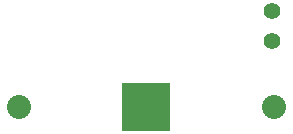
<source format=gbs>
G04 (created by PCBNEW (2013-07-07 BZR 4022)-stable) date 10/4/2013 1:03:36 AM*
%MOIN*%
G04 Gerber Fmt 3.4, Leading zero omitted, Abs format*
%FSLAX34Y34*%
G01*
G70*
G90*
G04 APERTURE LIST*
%ADD10C,0.00590551*%
%ADD11C,0.055*%
%ADD12R,0.16X0.16*%
%ADD13C,0.08*%
G04 APERTURE END LIST*
G54D10*
G54D11*
X91250Y-51900D03*
X91250Y-50900D03*
G54D12*
X87050Y-54100D03*
G54D13*
X91300Y-54100D03*
X82800Y-54100D03*
M02*

</source>
